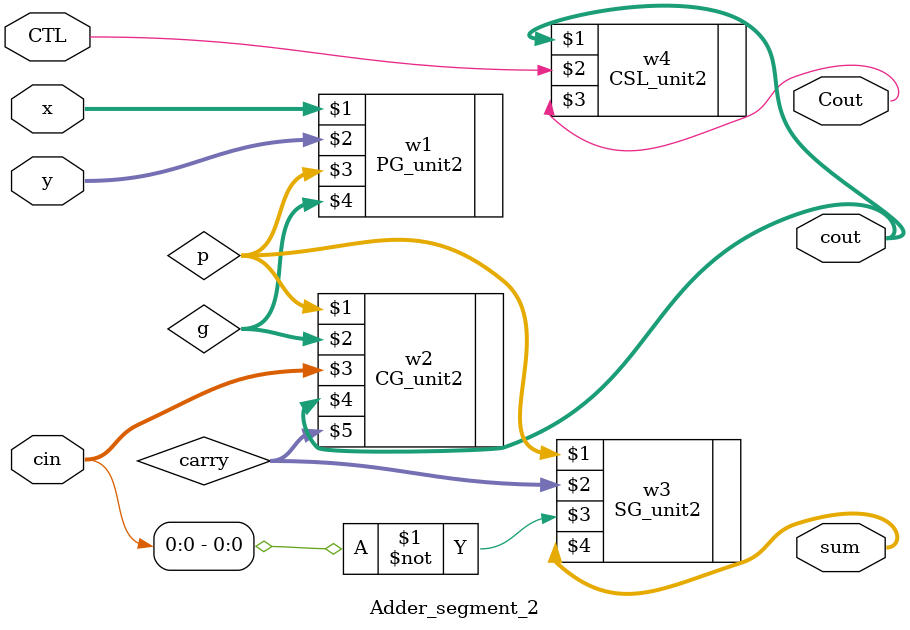
<source format=v>
`timescale 1ns / 1ps
module Adder_segment_2(
input [3:0] x,y,
input [1:0] cin,
input CTL,

output [3:0] sum,
output [1:0] cout,
output Cout
);
wire [3:0] p,g;
wire [2:0] carry;
//wire k;

PG_unit2 w1(x,y,p,g);
CG_unit2 w2(p,g,cin,cout,carry); 
SG_unit2 w3(p,carry,(~cin[0]),sum);
CSL_unit2 w4(cout,CTL,Cout);

endmodule

</source>
